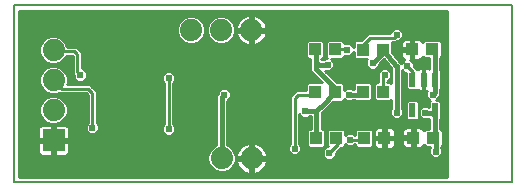
<source format=gtl>
G75*
%MOIN*%
%OFA0B0*%
%FSLAX24Y24*%
%IPPOS*%
%LPD*%
%AMOC8*
5,1,8,0,0,1.08239X$1,22.5*
%
%ADD10C,0.0080*%
%ADD11R,0.0740X0.0740*%
%ADD12C,0.0740*%
%ADD13R,0.0217X0.0472*%
%ADD14R,0.0433X0.0394*%
%ADD15R,0.0394X0.0433*%
%ADD16C,0.0160*%
%ADD17C,0.0240*%
%ADD18C,0.0100*%
D10*
X000161Y000753D02*
X000161Y006658D01*
X016769Y006658D01*
X016769Y000753D01*
X000161Y000753D01*
D11*
X001487Y002154D03*
D12*
X001487Y003154D03*
X001487Y004154D03*
X001487Y005154D03*
X006076Y005829D03*
X007076Y005829D03*
X008076Y005829D03*
X008087Y001550D03*
X007087Y001550D03*
D13*
X013447Y003154D03*
X014195Y003154D03*
X014195Y004178D03*
X013821Y004178D03*
X013447Y004178D03*
D14*
X013436Y005187D03*
X014106Y005187D03*
X014145Y002238D03*
X013475Y002238D03*
D15*
X012511Y002229D03*
X011841Y002229D03*
X010911Y002229D03*
X010241Y002229D03*
X010202Y003763D03*
X010872Y003763D03*
X011791Y003779D03*
X012461Y003779D03*
X012461Y005179D03*
X011791Y005179D03*
X010876Y005186D03*
X010206Y005186D03*
D16*
X010226Y005167D01*
X010226Y004779D01*
X010326Y004679D01*
X010626Y004679D01*
X010226Y004779D02*
X010226Y004529D01*
X010872Y003883D01*
X010872Y003763D01*
X010387Y003279D01*
X010376Y003279D01*
X010241Y003144D01*
X009891Y003144D01*
X009876Y003129D01*
X010241Y003144D02*
X010241Y002229D01*
X012926Y003079D02*
X012926Y004613D01*
X012461Y005179D01*
X012461Y005063D01*
X012126Y004729D01*
X012561Y005079D02*
X012461Y005179D01*
X012926Y004629D02*
X012926Y004613D01*
X012926Y004629D01*
X014106Y005187D02*
X014195Y005098D01*
X014195Y004178D01*
X014195Y003748D01*
X014126Y003679D01*
X014195Y003154D02*
X014195Y003148D01*
X014126Y003079D01*
X013876Y003079D01*
X014195Y003154D02*
X014195Y002289D01*
X014145Y002238D01*
X014145Y002160D01*
X014226Y002079D01*
X014226Y001779D01*
X011791Y003779D02*
X011691Y003679D01*
X011326Y003679D01*
X007176Y003679D02*
X007087Y003590D01*
X007087Y001550D01*
D17*
X005326Y002529D03*
X002776Y002579D03*
X005326Y004229D03*
X007176Y003679D03*
X009876Y003129D03*
X011326Y003679D03*
X012526Y004329D03*
X013276Y004629D03*
X012126Y004729D03*
X011276Y005179D03*
X010626Y004679D03*
X012926Y005679D03*
X014126Y003679D03*
X013876Y003079D03*
X012926Y003079D03*
X011376Y002179D03*
X010676Y001729D03*
X009526Y001879D03*
X014226Y001779D03*
X002376Y004329D03*
D18*
X002276Y004429D01*
X002276Y005029D01*
X002176Y005129D01*
X001512Y005129D01*
X001487Y005154D01*
X001044Y004994D02*
X000351Y004994D01*
X000351Y005093D02*
X001017Y005093D01*
X001017Y005061D02*
X001088Y004888D01*
X001220Y004756D01*
X001393Y004684D01*
X001580Y004684D01*
X001753Y004756D01*
X001885Y004888D01*
X001923Y004979D01*
X002114Y004979D01*
X002126Y004967D01*
X002126Y004367D01*
X002156Y004337D01*
X002156Y004238D01*
X002285Y004109D01*
X002467Y004109D01*
X002596Y004238D01*
X002596Y004420D01*
X002467Y004549D01*
X002426Y004549D01*
X002426Y005091D01*
X002326Y005191D01*
X002238Y005279D01*
X001944Y005279D01*
X001885Y005421D01*
X001753Y005553D01*
X001580Y005624D01*
X001393Y005624D01*
X001220Y005553D01*
X001088Y005421D01*
X001017Y005248D01*
X001017Y005061D01*
X001017Y005191D02*
X000351Y005191D01*
X000351Y005290D02*
X001034Y005290D01*
X001075Y005388D02*
X000351Y005388D01*
X000351Y005487D02*
X001154Y005487D01*
X001299Y005585D02*
X000351Y005585D01*
X000351Y005684D02*
X005627Y005684D01*
X005606Y005735D02*
X005678Y005563D01*
X005810Y005430D01*
X005983Y005359D01*
X006170Y005359D01*
X006342Y005430D01*
X006474Y005563D01*
X006546Y005735D01*
X006546Y005922D01*
X006474Y006095D01*
X006342Y006227D01*
X006170Y006299D01*
X005983Y006299D01*
X005810Y006227D01*
X005678Y006095D01*
X005606Y005922D01*
X005606Y005735D01*
X005606Y005782D02*
X000351Y005782D01*
X000351Y005881D02*
X005606Y005881D01*
X005630Y005979D02*
X000351Y005979D01*
X000351Y006078D02*
X005670Y006078D01*
X005759Y006176D02*
X000351Y006176D01*
X000351Y006275D02*
X005925Y006275D01*
X006227Y006275D02*
X006925Y006275D01*
X006983Y006299D02*
X006810Y006227D01*
X006678Y006095D01*
X006606Y005922D01*
X006606Y005735D01*
X006678Y005563D01*
X006810Y005430D01*
X006983Y005359D01*
X007170Y005359D01*
X007342Y005430D01*
X007474Y005563D01*
X007546Y005735D01*
X007546Y005922D01*
X007474Y006095D01*
X007342Y006227D01*
X007170Y006299D01*
X006983Y006299D01*
X007227Y006275D02*
X007806Y006275D01*
X007803Y006273D02*
X007737Y006225D01*
X007679Y006167D01*
X007631Y006101D01*
X007594Y006028D01*
X007569Y005951D01*
X007557Y005879D01*
X008026Y005879D01*
X008026Y006347D01*
X007954Y006336D01*
X007876Y006311D01*
X007803Y006273D01*
X007688Y006176D02*
X007393Y006176D01*
X007482Y006078D02*
X007619Y006078D01*
X007578Y005979D02*
X007522Y005979D01*
X007546Y005881D02*
X007558Y005881D01*
X007546Y005782D02*
X008026Y005782D01*
X008026Y005779D02*
X007557Y005779D01*
X007569Y005707D01*
X007594Y005629D01*
X007631Y005556D01*
X007679Y005490D01*
X007737Y005432D01*
X007803Y005384D01*
X007876Y005347D01*
X007954Y005322D01*
X008026Y005310D01*
X008026Y005779D01*
X008026Y005879D01*
X008126Y005879D01*
X008126Y006347D01*
X008198Y006336D01*
X008276Y006311D01*
X008349Y006273D01*
X008415Y006225D01*
X008473Y006167D01*
X008521Y006101D01*
X008558Y006028D01*
X008583Y005951D01*
X008595Y005879D01*
X008126Y005879D01*
X008126Y005779D01*
X008595Y005779D01*
X008583Y005707D01*
X008558Y005629D01*
X008521Y005556D01*
X008473Y005490D01*
X008415Y005432D01*
X008349Y005384D01*
X008276Y005347D01*
X008198Y005322D01*
X008126Y005310D01*
X008126Y005779D01*
X008026Y005779D01*
X008026Y005684D02*
X008126Y005684D01*
X008126Y005585D02*
X008026Y005585D01*
X008026Y005487D02*
X008126Y005487D01*
X008126Y005388D02*
X008026Y005388D01*
X007798Y005388D02*
X007241Y005388D01*
X007399Y005487D02*
X007683Y005487D01*
X007616Y005585D02*
X007484Y005585D01*
X007525Y005684D02*
X007576Y005684D01*
X008026Y005881D02*
X008126Y005881D01*
X008126Y005979D02*
X008026Y005979D01*
X008026Y006078D02*
X008126Y006078D01*
X008126Y006176D02*
X008026Y006176D01*
X008026Y006275D02*
X008126Y006275D01*
X008346Y006275D02*
X014609Y006275D01*
X014609Y006176D02*
X008464Y006176D01*
X008533Y006078D02*
X014609Y006078D01*
X014609Y005979D02*
X008574Y005979D01*
X008594Y005881D02*
X012817Y005881D01*
X012835Y005899D02*
X012706Y005770D01*
X012706Y005729D01*
X011964Y005729D01*
X011876Y005641D01*
X011730Y005495D01*
X011553Y005495D01*
X011495Y005437D01*
X011495Y005271D01*
X011367Y005399D01*
X011185Y005399D01*
X011172Y005386D01*
X011172Y005444D01*
X011114Y005503D01*
X010637Y005503D01*
X010579Y005444D01*
X010579Y004928D01*
X010608Y004899D01*
X010535Y004899D01*
X010495Y004859D01*
X010406Y004859D01*
X010406Y004870D01*
X010445Y004870D01*
X010503Y004928D01*
X010503Y005444D01*
X010445Y005503D01*
X009968Y005503D01*
X009910Y005444D01*
X009910Y004928D01*
X009968Y004870D01*
X010046Y004870D01*
X010046Y004454D01*
X010151Y004349D01*
X010421Y004080D01*
X009964Y004080D01*
X009906Y004021D01*
X009906Y003829D01*
X009564Y003829D01*
X009476Y003741D01*
X009476Y003741D01*
X009464Y003729D01*
X009464Y003729D01*
X009376Y003641D01*
X009376Y002040D01*
X009306Y001970D01*
X009306Y001788D01*
X009435Y001659D01*
X009617Y001659D01*
X009746Y001788D01*
X009746Y001970D01*
X009676Y002040D01*
X009676Y003018D01*
X009785Y002909D01*
X009967Y002909D01*
X010023Y002964D01*
X010061Y002964D01*
X010061Y002545D01*
X010003Y002545D01*
X009945Y002487D01*
X009945Y001971D01*
X010003Y001912D01*
X010480Y001912D01*
X010538Y001971D01*
X010538Y002487D01*
X010480Y002545D01*
X010421Y002545D01*
X010421Y003070D01*
X010451Y003099D01*
X010462Y003099D01*
X010810Y003446D01*
X011110Y003446D01*
X011169Y003505D01*
X011169Y003525D01*
X011235Y003459D01*
X011417Y003459D01*
X011457Y003499D01*
X011517Y003499D01*
X011553Y003462D01*
X012030Y003462D01*
X012088Y003521D01*
X012088Y004037D01*
X012030Y004095D01*
X011553Y004095D01*
X011495Y004037D01*
X011495Y003859D01*
X011457Y003859D01*
X011417Y003899D01*
X011235Y003899D01*
X011169Y003832D01*
X011169Y004021D01*
X011110Y004080D01*
X010930Y004080D01*
X010551Y004459D01*
X010717Y004459D01*
X010846Y004588D01*
X010846Y004770D01*
X010746Y004870D01*
X011114Y004870D01*
X011172Y004928D01*
X011172Y004971D01*
X011185Y004959D01*
X011367Y004959D01*
X011495Y005086D01*
X011495Y004921D01*
X011553Y004862D01*
X011948Y004862D01*
X011906Y004820D01*
X011906Y004638D01*
X012035Y004509D01*
X012217Y004509D01*
X012346Y004638D01*
X012346Y004694D01*
X012500Y004848D01*
X012746Y004549D01*
X012746Y004048D01*
X012699Y004095D01*
X012611Y004095D01*
X012611Y004109D01*
X012617Y004109D01*
X012746Y004238D01*
X012746Y004420D01*
X012617Y004549D01*
X012435Y004549D01*
X012306Y004420D01*
X012306Y004238D01*
X012311Y004233D01*
X012311Y004095D01*
X012222Y004095D01*
X012164Y004037D01*
X012164Y003521D01*
X012222Y003462D01*
X012699Y003462D01*
X012746Y003509D01*
X012746Y003210D01*
X012706Y003170D01*
X012706Y002988D01*
X012835Y002859D01*
X013017Y002859D01*
X013146Y002988D01*
X013146Y003170D01*
X013106Y003210D01*
X013106Y004488D01*
X013185Y004409D01*
X013239Y004409D01*
X013239Y003900D01*
X013297Y003842D01*
X013597Y003842D01*
X013599Y003844D01*
X013621Y003822D01*
X013655Y003802D01*
X013693Y003792D01*
X013817Y003792D01*
X013817Y004174D01*
X013825Y004174D01*
X013825Y003792D01*
X013928Y003792D01*
X013906Y003770D01*
X013906Y003588D01*
X014024Y003469D01*
X013987Y003432D01*
X013987Y003279D01*
X013967Y003299D01*
X013785Y003299D01*
X013656Y003170D01*
X013656Y002988D01*
X013785Y002859D01*
X013967Y002859D01*
X013987Y002878D01*
X013987Y002877D01*
X014015Y002848D01*
X014015Y002535D01*
X013887Y002535D01*
X013834Y002483D01*
X013832Y002493D01*
X013812Y002527D01*
X013784Y002555D01*
X013750Y002575D01*
X013712Y002585D01*
X013524Y002585D01*
X013524Y002287D01*
X013427Y002287D01*
X013427Y002585D01*
X013239Y002585D01*
X013201Y002575D01*
X013167Y002555D01*
X013139Y002527D01*
X013119Y002493D01*
X013109Y002455D01*
X013109Y002287D01*
X013427Y002287D01*
X013427Y002190D01*
X013109Y002190D01*
X013109Y002022D01*
X013119Y001983D01*
X013139Y001949D01*
X013167Y001921D01*
X013201Y001902D01*
X013239Y001891D01*
X013427Y001891D01*
X013427Y002190D01*
X013524Y002190D01*
X013524Y001891D01*
X013712Y001891D01*
X013750Y001902D01*
X013784Y001921D01*
X013812Y001949D01*
X013832Y001983D01*
X013834Y001994D01*
X013887Y001941D01*
X014046Y001941D01*
X013803Y001941D01*
X014006Y001870D02*
X014006Y001688D01*
X014135Y001559D01*
X014317Y001559D01*
X014446Y001688D01*
X014446Y001870D01*
X014406Y001910D01*
X014406Y001945D01*
X014461Y002000D01*
X014461Y002476D01*
X014402Y002535D01*
X014375Y002535D01*
X014375Y002848D01*
X014403Y002877D01*
X014403Y003432D01*
X014345Y003491D01*
X014249Y003491D01*
X014346Y003588D01*
X014346Y003644D01*
X014375Y003673D01*
X014375Y003872D01*
X014403Y003900D01*
X014403Y004456D01*
X014375Y004484D01*
X014375Y004902D01*
X014422Y004949D01*
X014422Y005426D01*
X014364Y005484D01*
X013848Y005484D01*
X013795Y005432D01*
X013793Y005442D01*
X013773Y005476D01*
X013745Y005504D01*
X013711Y005524D01*
X013673Y005534D01*
X013485Y005534D01*
X013485Y005236D01*
X013388Y005236D01*
X013388Y005534D01*
X013200Y005534D01*
X013162Y005524D01*
X013128Y005504D01*
X013100Y005476D01*
X013080Y005442D01*
X013070Y005404D01*
X013070Y005236D01*
X013388Y005236D01*
X013388Y005139D01*
X013485Y005139D01*
X013485Y004841D01*
X013673Y004841D01*
X013711Y004851D01*
X013745Y004871D01*
X013773Y004898D01*
X013793Y004933D01*
X013795Y004943D01*
X013848Y004891D01*
X014015Y004891D01*
X014015Y004538D01*
X013987Y004554D01*
X013949Y004564D01*
X013825Y004564D01*
X013825Y004182D01*
X013817Y004182D01*
X013817Y004564D01*
X013693Y004564D01*
X013655Y004554D01*
X013621Y004534D01*
X013602Y004515D01*
X013538Y004579D01*
X013496Y004621D01*
X013496Y004720D01*
X013375Y004841D01*
X013388Y004841D01*
X013388Y005139D01*
X013070Y005139D01*
X013070Y004971D01*
X013080Y004933D01*
X013100Y004898D01*
X013128Y004871D01*
X013162Y004851D01*
X013182Y004845D01*
X013073Y004737D01*
X013001Y004809D01*
X012998Y004809D01*
X012758Y005101D01*
X012758Y005429D01*
X012888Y005429D01*
X012918Y005459D01*
X013017Y005459D01*
X013146Y005588D01*
X013146Y005770D01*
X013017Y005899D01*
X012835Y005899D01*
X012718Y005782D02*
X008126Y005782D01*
X008576Y005684D02*
X011919Y005684D01*
X011820Y005585D02*
X008536Y005585D01*
X008469Y005487D02*
X009952Y005487D01*
X009910Y005388D02*
X008354Y005388D01*
X006911Y005388D02*
X006241Y005388D01*
X006399Y005487D02*
X006753Y005487D01*
X006668Y005585D02*
X006484Y005585D01*
X006525Y005684D02*
X006627Y005684D01*
X006606Y005782D02*
X006546Y005782D01*
X006546Y005881D02*
X006606Y005881D01*
X006630Y005979D02*
X006522Y005979D01*
X006482Y006078D02*
X006670Y006078D01*
X006759Y006176D02*
X006393Y006176D01*
X005668Y005585D02*
X001674Y005585D01*
X001819Y005487D02*
X005753Y005487D01*
X005911Y005388D02*
X001898Y005388D01*
X001939Y005290D02*
X009910Y005290D01*
X009910Y005191D02*
X002326Y005191D01*
X002424Y005093D02*
X009910Y005093D01*
X009910Y004994D02*
X002426Y004994D01*
X002426Y004896D02*
X009942Y004896D01*
X010046Y004797D02*
X002426Y004797D01*
X002426Y004699D02*
X010046Y004699D01*
X010046Y004600D02*
X002426Y004600D01*
X002514Y004502D02*
X010046Y004502D01*
X010097Y004403D02*
X005463Y004403D01*
X005417Y004449D02*
X005235Y004449D01*
X005106Y004320D01*
X005106Y004138D01*
X005176Y004068D01*
X005176Y002690D01*
X005106Y002620D01*
X005106Y002438D01*
X005235Y002309D01*
X005417Y002309D01*
X005546Y002438D01*
X005546Y002620D01*
X005476Y002690D01*
X005476Y004068D01*
X005546Y004138D01*
X005546Y004320D01*
X005417Y004449D01*
X005546Y004305D02*
X010195Y004305D01*
X010294Y004206D02*
X005546Y004206D01*
X005516Y004108D02*
X010392Y004108D01*
X010705Y004305D02*
X012306Y004305D01*
X012311Y004206D02*
X010803Y004206D01*
X010902Y004108D02*
X012311Y004108D01*
X012164Y004009D02*
X012088Y004009D01*
X012088Y003911D02*
X012164Y003911D01*
X012164Y003812D02*
X012088Y003812D01*
X012088Y003714D02*
X012164Y003714D01*
X012164Y003615D02*
X012088Y003615D01*
X012084Y003517D02*
X012168Y003517D01*
X012461Y003779D02*
X012461Y004263D01*
X012526Y004329D01*
X012746Y004305D02*
X012746Y004305D01*
X012746Y004206D02*
X012715Y004206D01*
X012746Y004108D02*
X012611Y004108D01*
X013106Y004108D02*
X013239Y004108D01*
X013239Y004206D02*
X013106Y004206D01*
X013106Y004305D02*
X013239Y004305D01*
X013447Y004178D02*
X013476Y004207D01*
X013476Y004429D01*
X013276Y004629D01*
X013496Y004699D02*
X014015Y004699D01*
X014015Y004797D02*
X013419Y004797D01*
X013388Y004896D02*
X013485Y004896D01*
X013485Y004994D02*
X013388Y004994D01*
X013388Y005093D02*
X013485Y005093D01*
X013388Y005191D02*
X012758Y005191D01*
X012765Y005093D02*
X013070Y005093D01*
X013070Y004994D02*
X012846Y004994D01*
X012927Y004896D02*
X013102Y004896D01*
X013133Y004797D02*
X013012Y004797D01*
X012623Y004699D02*
X012351Y004699D01*
X012449Y004797D02*
X012542Y004797D01*
X012704Y004600D02*
X012309Y004600D01*
X012388Y004502D02*
X010760Y004502D01*
X010846Y004600D02*
X011943Y004600D01*
X011906Y004699D02*
X010846Y004699D01*
X010819Y004797D02*
X011906Y004797D01*
X011520Y004896D02*
X011140Y004896D01*
X011403Y004994D02*
X011495Y004994D01*
X011276Y005179D02*
X011269Y005186D01*
X010876Y005186D01*
X010579Y005191D02*
X010503Y005191D01*
X010503Y005093D02*
X010579Y005093D01*
X010579Y004994D02*
X010503Y004994D01*
X010532Y004896D02*
X010471Y004896D01*
X010503Y005290D02*
X010579Y005290D01*
X010579Y005388D02*
X010503Y005388D01*
X010461Y005487D02*
X010621Y005487D01*
X011130Y005487D02*
X011545Y005487D01*
X011495Y005388D02*
X011378Y005388D01*
X011476Y005290D02*
X011495Y005290D01*
X011174Y005388D02*
X011172Y005388D01*
X011791Y005344D02*
X011791Y005179D01*
X011791Y005344D02*
X012026Y005579D01*
X012826Y005579D01*
X012926Y005679D01*
X013146Y005684D02*
X014609Y005684D01*
X014609Y005585D02*
X013144Y005585D01*
X013110Y005487D02*
X013045Y005487D01*
X013070Y005388D02*
X012758Y005388D01*
X012758Y005290D02*
X013070Y005290D01*
X013388Y005290D02*
X013485Y005290D01*
X013485Y005388D02*
X013388Y005388D01*
X013388Y005487D02*
X013485Y005487D01*
X013762Y005487D02*
X014609Y005487D01*
X014609Y005388D02*
X014422Y005388D01*
X014422Y005290D02*
X014609Y005290D01*
X014609Y005191D02*
X014422Y005191D01*
X014422Y005093D02*
X014609Y005093D01*
X014609Y004994D02*
X014422Y004994D01*
X014375Y004896D02*
X014609Y004896D01*
X014609Y004797D02*
X014375Y004797D01*
X014375Y004699D02*
X014609Y004699D01*
X014609Y004600D02*
X014375Y004600D01*
X014375Y004502D02*
X014609Y004502D01*
X014609Y004403D02*
X014403Y004403D01*
X014403Y004305D02*
X014609Y004305D01*
X014609Y004206D02*
X014403Y004206D01*
X014403Y004108D02*
X014609Y004108D01*
X014609Y004009D02*
X014403Y004009D01*
X014403Y003911D02*
X014609Y003911D01*
X014609Y003812D02*
X014375Y003812D01*
X014375Y003714D02*
X014609Y003714D01*
X014609Y003615D02*
X014346Y003615D01*
X014275Y003517D02*
X014609Y003517D01*
X014609Y003418D02*
X014403Y003418D01*
X014403Y003320D02*
X014609Y003320D01*
X014609Y003221D02*
X014403Y003221D01*
X014403Y003123D02*
X014609Y003123D01*
X014609Y003024D02*
X014403Y003024D01*
X014403Y002926D02*
X014609Y002926D01*
X014609Y002827D02*
X014375Y002827D01*
X014375Y002729D02*
X014609Y002729D01*
X014609Y002630D02*
X014375Y002630D01*
X014406Y002532D02*
X014609Y002532D01*
X014609Y002433D02*
X014461Y002433D01*
X014461Y002335D02*
X014609Y002335D01*
X014609Y002236D02*
X014461Y002236D01*
X014461Y002138D02*
X014609Y002138D01*
X014609Y002039D02*
X014461Y002039D01*
X014406Y001941D02*
X014609Y001941D01*
X014609Y001842D02*
X014446Y001842D01*
X014446Y001744D02*
X014609Y001744D01*
X014609Y001645D02*
X014404Y001645D01*
X014609Y001547D02*
X010805Y001547D01*
X010767Y001509D02*
X010585Y001509D01*
X010456Y001638D01*
X010456Y001820D01*
X010585Y001949D01*
X010636Y001949D01*
X010614Y001971D01*
X010614Y002487D01*
X010672Y002545D01*
X011149Y002545D01*
X011208Y002487D01*
X011208Y002321D01*
X011285Y002399D01*
X011467Y002399D01*
X011537Y002329D01*
X011545Y002329D01*
X011545Y002487D01*
X011603Y002545D01*
X012080Y002545D01*
X012138Y002487D01*
X012138Y001971D01*
X012080Y001912D01*
X011603Y001912D01*
X011545Y001971D01*
X011545Y002029D01*
X011537Y002029D01*
X011467Y001959D01*
X011285Y001959D01*
X011208Y002036D01*
X011208Y001971D01*
X011149Y001912D01*
X011072Y001912D01*
X011038Y001879D01*
X010896Y001737D01*
X010896Y001638D01*
X010767Y001509D01*
X010547Y001547D02*
X008136Y001547D01*
X008136Y001502D02*
X008136Y001598D01*
X008606Y001598D01*
X008595Y001672D01*
X008569Y001750D01*
X008532Y001823D01*
X008484Y001889D01*
X008426Y001947D01*
X008360Y001995D01*
X008287Y002032D01*
X008209Y002057D01*
X008136Y002069D01*
X008136Y001598D01*
X008039Y001598D01*
X008039Y001502D01*
X007569Y001502D01*
X007580Y001428D01*
X007606Y001350D01*
X007513Y001350D01*
X007486Y001284D02*
X007557Y001457D01*
X007557Y001643D01*
X007486Y001816D01*
X007354Y001948D01*
X007267Y001984D01*
X007267Y003459D01*
X007396Y003588D01*
X007396Y003770D01*
X007267Y003899D01*
X007085Y003899D01*
X006956Y003770D01*
X006956Y003713D01*
X006907Y003665D01*
X006907Y001984D01*
X006821Y001948D01*
X006689Y001816D01*
X006617Y001643D01*
X006617Y001457D01*
X006689Y001284D01*
X006821Y001152D01*
X006994Y001080D01*
X007181Y001080D01*
X007354Y001152D01*
X007486Y001284D01*
X007453Y001251D02*
X007662Y001251D01*
X007643Y001277D02*
X007691Y001211D01*
X007749Y001153D01*
X007815Y001105D01*
X007888Y001068D01*
X007966Y001043D01*
X008039Y001031D01*
X008039Y001502D01*
X008136Y001502D01*
X008606Y001502D01*
X008595Y001428D01*
X008569Y001350D01*
X014609Y001350D01*
X014609Y001448D02*
X008598Y001448D01*
X008569Y001350D02*
X008532Y001277D01*
X008484Y001211D01*
X008426Y001153D01*
X008360Y001105D01*
X008287Y001068D01*
X008209Y001043D01*
X008136Y001031D01*
X008136Y001502D01*
X008136Y001448D02*
X008039Y001448D01*
X008039Y001350D02*
X008136Y001350D01*
X008136Y001251D02*
X008039Y001251D01*
X008039Y001153D02*
X008136Y001153D01*
X008136Y001054D02*
X008039Y001054D01*
X007930Y001054D02*
X000351Y001054D01*
X000351Y000956D02*
X014609Y000956D01*
X014609Y000943D02*
X014609Y006468D01*
X000351Y006468D01*
X000351Y000943D01*
X014609Y000943D01*
X014609Y001054D02*
X008244Y001054D01*
X008425Y001153D02*
X014609Y001153D01*
X014609Y001251D02*
X008513Y001251D01*
X008039Y001547D02*
X007557Y001547D01*
X007569Y001598D02*
X008039Y001598D01*
X008039Y002069D01*
X007966Y002057D01*
X007888Y002032D01*
X007815Y001995D01*
X007749Y001947D01*
X007691Y001889D01*
X007643Y001823D01*
X007606Y001750D01*
X007580Y001672D01*
X007569Y001598D01*
X007576Y001645D02*
X007557Y001645D01*
X007516Y001744D02*
X007604Y001744D01*
X007657Y001842D02*
X007460Y001842D01*
X007361Y001941D02*
X007743Y001941D01*
X007910Y002039D02*
X007267Y002039D01*
X007267Y002138D02*
X009376Y002138D01*
X009376Y002236D02*
X007267Y002236D01*
X007267Y002335D02*
X009376Y002335D01*
X009376Y002433D02*
X007267Y002433D01*
X007267Y002532D02*
X009376Y002532D01*
X009376Y002630D02*
X007267Y002630D01*
X007267Y002729D02*
X009376Y002729D01*
X009376Y002827D02*
X007267Y002827D01*
X007267Y002926D02*
X009376Y002926D01*
X009376Y003024D02*
X007267Y003024D01*
X007267Y003123D02*
X009376Y003123D01*
X009376Y003221D02*
X007267Y003221D01*
X007267Y003320D02*
X009376Y003320D01*
X009376Y003418D02*
X007267Y003418D01*
X007325Y003517D02*
X009376Y003517D01*
X009376Y003615D02*
X007396Y003615D01*
X007396Y003714D02*
X009449Y003714D01*
X009526Y003579D02*
X009626Y003679D01*
X010118Y003679D01*
X010202Y003763D01*
X009906Y003911D02*
X005476Y003911D01*
X005476Y004009D02*
X009906Y004009D01*
X009547Y003812D02*
X007354Y003812D01*
X006998Y003812D02*
X005476Y003812D01*
X005476Y003714D02*
X006956Y003714D01*
X006907Y003615D02*
X005476Y003615D01*
X005476Y003517D02*
X006907Y003517D01*
X006907Y003418D02*
X005476Y003418D01*
X005476Y003320D02*
X006907Y003320D01*
X006907Y003221D02*
X005476Y003221D01*
X005476Y003123D02*
X006907Y003123D01*
X006907Y003024D02*
X005476Y003024D01*
X005476Y002926D02*
X006907Y002926D01*
X006907Y002827D02*
X005476Y002827D01*
X005476Y002729D02*
X006907Y002729D01*
X006907Y002630D02*
X005536Y002630D01*
X005546Y002532D02*
X006907Y002532D01*
X006907Y002433D02*
X005542Y002433D01*
X005326Y002529D02*
X005326Y004229D01*
X005106Y004206D02*
X002565Y004206D01*
X002596Y004305D02*
X005106Y004305D01*
X005189Y004403D02*
X002596Y004403D01*
X002156Y004305D02*
X001933Y004305D01*
X001957Y004248D02*
X001885Y004421D01*
X001753Y004553D01*
X001580Y004624D01*
X001393Y004624D01*
X001220Y004553D01*
X001088Y004421D01*
X001017Y004248D01*
X001017Y004061D01*
X001088Y003888D01*
X001220Y003756D01*
X001393Y003684D01*
X001580Y003684D01*
X001696Y003732D01*
X001700Y003729D01*
X002564Y003729D01*
X002626Y003667D01*
X002626Y002740D01*
X002556Y002670D01*
X002556Y002488D01*
X002685Y002359D01*
X002867Y002359D01*
X002996Y002488D01*
X002996Y002670D01*
X002926Y002740D01*
X002926Y003791D01*
X002776Y003941D01*
X002688Y004029D01*
X001943Y004029D01*
X001957Y004061D01*
X001957Y004248D01*
X001957Y004206D02*
X002187Y004206D01*
X001957Y004108D02*
X005136Y004108D01*
X005176Y004009D02*
X002708Y004009D01*
X002806Y003911D02*
X005176Y003911D01*
X005176Y003812D02*
X002905Y003812D01*
X002926Y003714D02*
X005176Y003714D01*
X005176Y003615D02*
X002926Y003615D01*
X002926Y003517D02*
X005176Y003517D01*
X005176Y003418D02*
X002926Y003418D01*
X002926Y003320D02*
X005176Y003320D01*
X005176Y003221D02*
X002926Y003221D01*
X002926Y003123D02*
X005176Y003123D01*
X005176Y003024D02*
X002926Y003024D01*
X002926Y002926D02*
X005176Y002926D01*
X005176Y002827D02*
X002926Y002827D01*
X002937Y002729D02*
X005176Y002729D01*
X005116Y002630D02*
X002996Y002630D01*
X002996Y002532D02*
X005106Y002532D01*
X005110Y002433D02*
X002942Y002433D01*
X002776Y002579D02*
X002776Y003729D01*
X002626Y003879D01*
X001762Y003879D01*
X001487Y004154D01*
X001512Y004129D01*
X001038Y004009D02*
X000351Y004009D01*
X000351Y003911D02*
X001079Y003911D01*
X001164Y003812D02*
X000351Y003812D01*
X000351Y003714D02*
X001322Y003714D01*
X001371Y003615D02*
X000351Y003615D01*
X000351Y003517D02*
X001184Y003517D01*
X001220Y003553D02*
X001088Y003421D01*
X001017Y003248D01*
X001017Y003061D01*
X001088Y002888D01*
X001220Y002756D01*
X001393Y002684D01*
X001580Y002684D01*
X001753Y002756D01*
X001885Y002888D01*
X001957Y003061D01*
X001957Y003248D01*
X001885Y003421D01*
X001753Y003553D01*
X001580Y003624D01*
X001393Y003624D01*
X001220Y003553D01*
X001087Y003418D02*
X000351Y003418D01*
X000351Y003320D02*
X001046Y003320D01*
X001017Y003221D02*
X000351Y003221D01*
X000351Y003123D02*
X001017Y003123D01*
X001032Y003024D02*
X000351Y003024D01*
X000351Y002926D02*
X001073Y002926D01*
X001149Y002827D02*
X000351Y002827D01*
X000351Y002729D02*
X001286Y002729D01*
X001438Y002674D02*
X001097Y002674D01*
X001059Y002664D01*
X001025Y002644D01*
X000997Y002616D01*
X000977Y002582D01*
X000967Y002544D01*
X000967Y002203D01*
X001438Y002203D01*
X001438Y002674D01*
X001438Y002630D02*
X001535Y002630D01*
X001535Y002674D02*
X001535Y002203D01*
X001438Y002203D01*
X001438Y002106D01*
X000967Y002106D01*
X000967Y001765D01*
X000977Y001726D01*
X000997Y001692D01*
X001025Y001664D01*
X001059Y001645D01*
X001097Y001634D01*
X001438Y001634D01*
X001438Y002106D01*
X001535Y002106D01*
X001535Y001634D01*
X001876Y001634D01*
X001915Y001645D01*
X001949Y001664D01*
X001977Y001692D01*
X001996Y001726D01*
X002007Y001765D01*
X002007Y002106D01*
X001535Y002106D01*
X001535Y002203D01*
X002007Y002203D01*
X002007Y002544D01*
X001996Y002582D01*
X001977Y002616D01*
X001949Y002644D01*
X001915Y002664D01*
X001876Y002674D01*
X001535Y002674D01*
X001687Y002729D02*
X002615Y002729D01*
X002626Y002827D02*
X001824Y002827D01*
X001901Y002926D02*
X002626Y002926D01*
X002626Y003024D02*
X001942Y003024D01*
X001957Y003123D02*
X002626Y003123D01*
X002626Y003221D02*
X001957Y003221D01*
X001927Y003320D02*
X002626Y003320D01*
X002626Y003418D02*
X001886Y003418D01*
X001789Y003517D02*
X002626Y003517D01*
X002626Y003615D02*
X001602Y003615D01*
X001651Y003714D02*
X002579Y003714D01*
X001017Y004108D02*
X000351Y004108D01*
X000351Y004206D02*
X001017Y004206D01*
X001040Y004305D02*
X000351Y004305D01*
X000351Y004403D02*
X001081Y004403D01*
X001169Y004502D02*
X000351Y004502D01*
X000351Y004600D02*
X001335Y004600D01*
X001358Y004699D02*
X000351Y004699D01*
X000351Y004797D02*
X001179Y004797D01*
X001085Y004896D02*
X000351Y004896D01*
X001615Y004699D02*
X002126Y004699D01*
X002126Y004797D02*
X001794Y004797D01*
X001888Y004896D02*
X002126Y004896D01*
X002126Y004600D02*
X001638Y004600D01*
X001804Y004502D02*
X002126Y004502D01*
X002126Y004403D02*
X001892Y004403D01*
X001963Y002630D02*
X002556Y002630D01*
X002556Y002532D02*
X002007Y002532D01*
X002007Y002433D02*
X002610Y002433D01*
X002007Y002335D02*
X005209Y002335D01*
X005443Y002335D02*
X006907Y002335D01*
X006907Y002236D02*
X002007Y002236D01*
X001535Y002236D02*
X001438Y002236D01*
X001438Y002138D02*
X000351Y002138D01*
X000351Y002236D02*
X000967Y002236D01*
X000967Y002335D02*
X000351Y002335D01*
X000351Y002433D02*
X000967Y002433D01*
X000967Y002532D02*
X000351Y002532D01*
X000351Y002630D02*
X001010Y002630D01*
X001438Y002532D02*
X001535Y002532D01*
X001535Y002433D02*
X001438Y002433D01*
X001438Y002335D02*
X001535Y002335D01*
X001535Y002138D02*
X006907Y002138D01*
X006907Y002039D02*
X002007Y002039D01*
X002007Y001941D02*
X006814Y001941D01*
X006715Y001842D02*
X002007Y001842D01*
X002001Y001744D02*
X006659Y001744D01*
X006618Y001645D02*
X001916Y001645D01*
X001535Y001645D02*
X001438Y001645D01*
X001438Y001744D02*
X001535Y001744D01*
X001535Y001842D02*
X001438Y001842D01*
X001438Y001941D02*
X001535Y001941D01*
X001535Y002039D02*
X001438Y002039D01*
X000967Y002039D02*
X000351Y002039D01*
X000351Y001941D02*
X000967Y001941D01*
X000967Y001842D02*
X000351Y001842D01*
X000351Y001744D02*
X000972Y001744D01*
X001058Y001645D02*
X000351Y001645D01*
X000351Y001547D02*
X006617Y001547D01*
X006621Y001448D02*
X000351Y001448D01*
X000351Y001350D02*
X006662Y001350D01*
X006722Y001251D02*
X000351Y001251D01*
X000351Y001153D02*
X006820Y001153D01*
X007355Y001153D02*
X007750Y001153D01*
X007643Y001277D02*
X007606Y001350D01*
X007577Y001448D02*
X007554Y001448D01*
X008039Y001645D02*
X008136Y001645D01*
X008136Y001744D02*
X008039Y001744D01*
X008039Y001842D02*
X008136Y001842D01*
X008136Y001941D02*
X008039Y001941D01*
X008039Y002039D02*
X008136Y002039D01*
X008264Y002039D02*
X009375Y002039D01*
X009306Y001941D02*
X008432Y001941D01*
X008518Y001842D02*
X009306Y001842D01*
X009526Y001879D02*
X009526Y003579D01*
X010486Y003123D02*
X012706Y003123D01*
X012706Y003024D02*
X010421Y003024D01*
X010421Y002926D02*
X012768Y002926D01*
X013084Y002926D02*
X013239Y002926D01*
X013239Y002877D02*
X013297Y002818D01*
X013597Y002818D01*
X013655Y002877D01*
X013655Y003432D01*
X013597Y003491D01*
X013297Y003491D01*
X013239Y003432D01*
X013239Y002877D01*
X013288Y002827D02*
X010421Y002827D01*
X010421Y002729D02*
X014015Y002729D01*
X014015Y002827D02*
X013606Y002827D01*
X013655Y002926D02*
X013718Y002926D01*
X013656Y003024D02*
X013655Y003024D01*
X013655Y003123D02*
X013656Y003123D01*
X013655Y003221D02*
X013707Y003221D01*
X013655Y003320D02*
X013987Y003320D01*
X013987Y003418D02*
X013655Y003418D01*
X013977Y003517D02*
X013106Y003517D01*
X013106Y003615D02*
X013906Y003615D01*
X013906Y003714D02*
X013106Y003714D01*
X013106Y003812D02*
X013637Y003812D01*
X013817Y003812D02*
X013825Y003812D01*
X013817Y003911D02*
X013825Y003911D01*
X013817Y004009D02*
X013825Y004009D01*
X013817Y004108D02*
X013825Y004108D01*
X013817Y004206D02*
X013825Y004206D01*
X013817Y004305D02*
X013825Y004305D01*
X013817Y004403D02*
X013825Y004403D01*
X013817Y004502D02*
X013825Y004502D01*
X014015Y004600D02*
X013517Y004600D01*
X013538Y004579D02*
X013538Y004579D01*
X013239Y004403D02*
X013106Y004403D01*
X012746Y004403D02*
X012746Y004403D01*
X012746Y004502D02*
X012664Y004502D01*
X012306Y004403D02*
X010606Y004403D01*
X011169Y004009D02*
X011495Y004009D01*
X011495Y003911D02*
X011169Y003911D01*
X011169Y003517D02*
X011177Y003517D01*
X010782Y003418D02*
X012746Y003418D01*
X012746Y003320D02*
X010683Y003320D01*
X010585Y003221D02*
X012746Y003221D01*
X013106Y003221D02*
X013239Y003221D01*
X013239Y003320D02*
X013106Y003320D01*
X013106Y003418D02*
X013239Y003418D01*
X013239Y003123D02*
X013146Y003123D01*
X013146Y003024D02*
X013239Y003024D01*
X012800Y002565D02*
X012765Y002585D01*
X012727Y002595D01*
X012559Y002595D01*
X012559Y002277D01*
X012858Y002277D01*
X012858Y002465D01*
X012847Y002503D01*
X012828Y002537D01*
X012800Y002565D01*
X012831Y002532D02*
X013143Y002532D01*
X013109Y002433D02*
X012858Y002433D01*
X012858Y002335D02*
X013109Y002335D01*
X013109Y002138D02*
X012858Y002138D01*
X012858Y002180D02*
X012559Y002180D01*
X012559Y001862D01*
X012727Y001862D01*
X012765Y001872D01*
X012800Y001892D01*
X012828Y001920D01*
X012847Y001954D01*
X012858Y001992D01*
X012858Y002180D01*
X012858Y002039D02*
X013109Y002039D01*
X013147Y001941D02*
X012839Y001941D01*
X012559Y001941D02*
X012462Y001941D01*
X012462Y001862D02*
X012294Y001862D01*
X012256Y001872D01*
X012222Y001892D01*
X012194Y001920D01*
X012174Y001954D01*
X012164Y001992D01*
X012164Y002180D01*
X012462Y002180D01*
X012559Y002180D01*
X012559Y002277D01*
X012462Y002277D01*
X012462Y002180D01*
X012462Y001862D01*
X012182Y001941D02*
X012108Y001941D01*
X012138Y002039D02*
X012164Y002039D01*
X012164Y002138D02*
X012138Y002138D01*
X012138Y002236D02*
X012462Y002236D01*
X012462Y002277D02*
X012164Y002277D01*
X012164Y002465D01*
X012174Y002503D01*
X012194Y002537D01*
X012222Y002565D01*
X012256Y002585D01*
X012294Y002595D01*
X012462Y002595D01*
X012462Y002277D01*
X012462Y002335D02*
X012559Y002335D01*
X012559Y002236D02*
X013427Y002236D01*
X013427Y002138D02*
X013524Y002138D01*
X013524Y002039D02*
X013427Y002039D01*
X013427Y001941D02*
X013524Y001941D01*
X014006Y001870D02*
X014046Y001910D01*
X014046Y001941D01*
X014006Y001842D02*
X011002Y001842D01*
X011178Y001941D02*
X011575Y001941D01*
X011376Y002179D02*
X011791Y002179D01*
X011841Y002229D01*
X012138Y002335D02*
X012164Y002335D01*
X012164Y002433D02*
X012138Y002433D01*
X012093Y002532D02*
X012191Y002532D01*
X012462Y002532D02*
X012559Y002532D01*
X012559Y002433D02*
X012462Y002433D01*
X012462Y002138D02*
X012559Y002138D01*
X012559Y002039D02*
X012462Y002039D01*
X011545Y002335D02*
X011531Y002335D01*
X011545Y002433D02*
X011208Y002433D01*
X011162Y002532D02*
X011590Y002532D01*
X011221Y002335D02*
X011208Y002335D01*
X010976Y002163D02*
X010911Y002229D01*
X010976Y002163D02*
X010976Y002029D01*
X010676Y001729D01*
X010903Y001744D02*
X014006Y001744D01*
X014048Y001645D02*
X010896Y001645D01*
X010456Y001645D02*
X008599Y001645D01*
X008571Y001744D02*
X009350Y001744D01*
X009702Y001744D02*
X010456Y001744D01*
X010478Y001842D02*
X009746Y001842D01*
X009746Y001941D02*
X009975Y001941D01*
X009945Y002039D02*
X009677Y002039D01*
X009676Y002138D02*
X009945Y002138D01*
X009945Y002236D02*
X009676Y002236D01*
X009676Y002335D02*
X009945Y002335D01*
X009945Y002433D02*
X009676Y002433D01*
X009676Y002532D02*
X009990Y002532D01*
X010061Y002630D02*
X009676Y002630D01*
X009676Y002729D02*
X010061Y002729D01*
X010061Y002827D02*
X009676Y002827D01*
X009676Y002926D02*
X009768Y002926D01*
X009984Y002926D02*
X010061Y002926D01*
X010421Y002630D02*
X014015Y002630D01*
X013883Y002532D02*
X013807Y002532D01*
X013524Y002532D02*
X013427Y002532D01*
X013427Y002433D02*
X013524Y002433D01*
X013524Y002335D02*
X013427Y002335D01*
X010659Y002532D02*
X010493Y002532D01*
X010538Y002433D02*
X010614Y002433D01*
X010614Y002335D02*
X010538Y002335D01*
X010538Y002236D02*
X010614Y002236D01*
X010614Y002138D02*
X010538Y002138D01*
X010538Y002039D02*
X010614Y002039D01*
X010577Y001941D02*
X010508Y001941D01*
X013106Y003911D02*
X013239Y003911D01*
X013239Y004009D02*
X013106Y004009D01*
X013770Y004896D02*
X013842Y004896D01*
X013134Y005782D02*
X014609Y005782D01*
X014609Y005881D02*
X013035Y005881D01*
X014609Y006373D02*
X000351Y006373D01*
M02*

</source>
